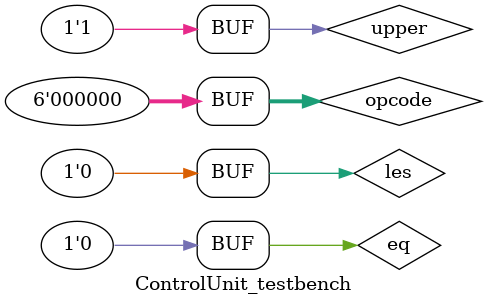
<source format=v>
module ControlUnit_testbench();
	wire RegDst,Branch,Bne,MemRead,MemtoReg,MemWrite,ALUSrc,Jump,Jal;
	wire[1:0] ALUop;
	reg[5:0] opcode;
	reg eq,les,upper;
	wire[1:0] RegWrite;
	wire[1:0] sRdD;
	wire[1:0] sRs;
	ControlUnit controlUnitTest(opcode,eq,les,upper,RegDst,Branch,Bne,MemRead,MemtoReg,ALUop,MemWrite,ALUSrc,RegWrite,sRs,sRdD,Jump,Jal);
	initial begin
		//lw
		opcode = 6'b100011;
		#20;
		//sw
		opcode = 6'b101011;
		#20;
		//Jump
		opcode = 6'b000010;
		#20;
		//Jal
		opcode = 6'b000011;
		#20;
		//Beq
		opcode = 6'b000100;
		#20;
		//Bne
		opcode = 6'b000101;
		#20;
		//R Type
		opcode = 6'b000000; eq = 1'b1 ; les = 1'b0; upper = 1'b0;
		#20;
		//R Type
		opcode = 6'b000000; eq = 1'b0 ; les = 1'b1; upper = 1'b0;
		#20;
		//R Type
		opcode = 6'b000000; eq = 1'b0 ; les = 1'b0; upper = 1'b1;
		#20;
	end
	initial
	begin
		$monitor("Opcode = %6b, eq = %1b, les = %1b, upper = %1b, RegDst = %1b, Branch = %1b, Bne = %1b, MemtoRead = %1b, MemtoReg = %1b, ALUop = %1b%1b, MemWrite = %1b, ALUsrc = %1b, RegWrite =%1b, sRs = %2b, sRdD = %2b , Jump = %1b, Jal = %1b",opcode,eq,les,upper,RegDst,Branch,Bne,MemRead,MemtoReg,ALUop[1],ALUop[0],MemWrite,ALUSrc,RegWrite,sRs,sRdD,Jump,Jal);
	end
endmodule


</source>
